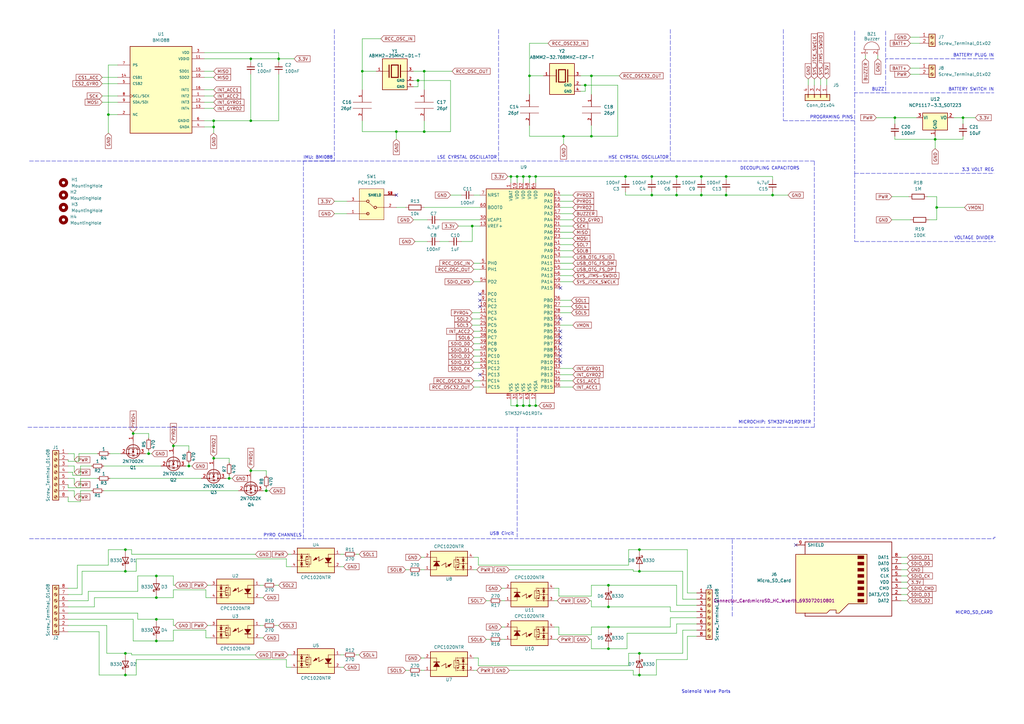
<source format=kicad_sch>
(kicad_sch (version 20211123) (generator eeschema)
  (paper "A3")
  (junction (at 162.56 53.975))
  (junction (at 287.655 72.39))
  (junction (at 394.97 48.26))
  (junction (at 173.99 53.975))
  (junction (at 51.435 234.315))
  (junction (at 87.63 52.07))
  (junction (at 249.555 248.92))
  (junction (at 249.555 266.065))
  (junction (at 297.815 80.01))
  (junction (at 231.14 55.88))
  (junction (at 93.98 196.215))
  (junction (at 173.99 29.21))
  (junction (at 209.55 72.39))
  (junction (at 171.45 33.02))
  (junction (at 114.3 24.13))
  (junction (at 102.87 24.13))
  (junction (at 262.255 276.86))
  (junction (at 87.63 187.96))
  (junction (at 102.87 193.04))
  (junction (at 64.135 262.89))
  (junction (at 44.45 46.99))
  (junction (at 217.17 166.37))
  (junction (at 64.135 245.11))
  (junction (at 316.865 80.01))
  (junction (at 212.09 72.39))
  (junction (at 267.335 80.01))
  (junction (at 212.09 166.37))
  (junction (at 384.175 85.09))
  (junction (at 51.435 276.86))
  (junction (at 214.63 72.39))
  (junction (at 51.435 225.425))
  (junction (at 219.71 166.37))
  (junction (at 102.87 49.53))
  (junction (at 242.57 31.115))
  (junction (at 262.255 225.425))
  (junction (at 219.71 72.39))
  (junction (at 267.335 72.39))
  (junction (at 60.96 186.055))
  (junction (at 262.255 234.315))
  (junction (at 277.495 72.39))
  (junction (at 242.57 55.88))
  (junction (at 77.47 191.135))
  (junction (at 64.135 236.22))
  (junction (at 54.61 177.8))
  (junction (at 277.495 80.01))
  (junction (at 287.655 80.01))
  (junction (at 383.54 57.15))
  (junction (at 193.675 92.71))
  (junction (at 297.815 72.39))
  (junction (at 64.135 254))
  (junction (at 367.03 48.26))
  (junction (at 249.555 240.03))
  (junction (at 256.54 72.39))
  (junction (at 249.555 257.175))
  (junction (at 214.63 166.37))
  (junction (at 240.03 34.925))
  (junction (at 109.22 201.295))
  (junction (at 148.59 29.21))
  (junction (at 262.255 267.97))
  (junction (at 217.17 31.115))
  (junction (at 71.12 182.88))
  (junction (at 51.435 267.97))
  (junction (at 87.63 49.53))
  (junction (at 217.17 72.39))
  (no_connect (at 229.87 118.11))
  (no_connect (at 229.87 146.05))
  (no_connect (at 196.85 123.19))
  (no_connect (at 196.85 153.67))
  (no_connect (at 229.87 130.81))
  (no_connect (at 196.85 125.73))
  (no_connect (at 229.87 140.97))
  (no_connect (at 229.87 143.51))
  (no_connect (at 196.85 120.65))
  (no_connect (at 229.87 138.43))
  (no_connect (at 162.56 80.01))
  (no_connect (at 229.87 148.59))
  (no_connect (at 326.39 223.52))
  (no_connect (at 229.87 135.89))
  (wire (pts (xy 287.655 78.74) (xy 287.655 80.01)))
  (wire (pts (xy 257.81 273.05) (xy 257.81 267.97)))
  (wire (pts (xy 114.3 24.13) (xy 114.3 25.4)))
  (wire (pts (xy 229.235 244.475) (xy 242.57 244.475)))
  (wire (pts (xy 217.17 17.78) (xy 224.79 17.78)))
  (wire (pts (xy 71.12 256.54) (xy 71.12 254)))
  (wire (pts (xy 217.17 51.435) (xy 217.17 55.88)))
  (wire (pts (xy 262.255 267.97) (xy 262.255 268.605)))
  (wire (pts (xy 171.45 33.02) (xy 171.45 35.56)))
  (wire (pts (xy 242.57 55.88) (xy 242.57 51.435)))
  (wire (pts (xy 109.22 193.04) (xy 109.22 194.945)))
  (wire (pts (xy 44.45 225.425) (xy 51.435 225.425)))
  (wire (pts (xy 229.87 133.35) (xy 234.95 133.35)))
  (wire (pts (xy 249.555 240.03) (xy 242.57 240.03)))
  (wire (pts (xy 217.17 31.115) (xy 222.885 31.115)))
  (wire (pts (xy 274.955 250.825) (xy 274.955 248.92)))
  (wire (pts (xy 194.31 156.21) (xy 196.85 156.21)))
  (wire (pts (xy 196.85 90.17) (xy 180.34 90.17)))
  (wire (pts (xy 207.01 262.255) (xy 205.74 262.255)))
  (wire (pts (xy 242.57 246.38) (xy 242.57 248.92)))
  (wire (pts (xy 359.41 48.26) (xy 367.03 48.26)))
  (wire (pts (xy 240.03 37.465) (xy 238.125 37.465)))
  (wire (pts (xy 194.31 80.01) (xy 196.85 80.01)))
  (wire (pts (xy 242.57 260.35) (xy 242.57 257.175)))
  (polyline (pts (xy 124.46 175.26) (xy 334.01 175.26)))
  (wire (pts (xy 217.17 72.39) (xy 214.63 72.39)))
  (wire (pts (xy 169.545 29.21) (xy 173.99 29.21)))
  (wire (pts (xy 285.75 250.825) (xy 274.955 250.825)))
  (wire (pts (xy 195.58 233.68) (xy 194.31 233.68)))
  (wire (pts (xy 196.215 273.05) (xy 257.81 273.05)))
  (wire (pts (xy 195.58 274.955) (xy 194.31 274.955)))
  (wire (pts (xy 148.59 36.83) (xy 148.59 29.21)))
  (wire (pts (xy 171.45 33.02) (xy 184.785 33.02)))
  (wire (pts (xy 27.94 259.08) (xy 40.64 259.08)))
  (wire (pts (xy 77.47 191.135) (xy 78.74 191.135)))
  (wire (pts (xy 56.515 236.22) (xy 64.135 236.22)))
  (wire (pts (xy 229.235 260.35) (xy 242.57 260.35)))
  (polyline (pts (xy 212.09 175.26) (xy 212.09 220.98)))
  (wire (pts (xy 113.03 256.54) (xy 114.3 256.54)))
  (wire (pts (xy 196.215 228.6) (xy 196.215 231.775)))
  (wire (pts (xy 71.12 254) (xy 64.135 254)))
  (wire (pts (xy 171.45 35.56) (xy 169.545 35.56)))
  (polyline (pts (xy 407.67 24.13) (xy 363.22 24.13)))
  (wire (pts (xy 43.815 256.54) (xy 43.815 267.97)))
  (wire (pts (xy 54.61 177.8) (xy 60.96 177.8)))
  (wire (pts (xy 102.87 30.48) (xy 102.87 49.53)))
  (wire (pts (xy 384.175 80.645) (xy 384.175 85.09)))
  (wire (pts (xy 102.87 25.4) (xy 102.87 24.13)))
  (wire (pts (xy 146.05 227.33) (xy 147.32 227.33)))
  (wire (pts (xy 287.655 72.39) (xy 297.815 72.39)))
  (wire (pts (xy 31.75 241.3) (xy 31.75 231.775)))
  (wire (pts (xy 316.865 80.01) (xy 323.215 80.01)))
  (wire (pts (xy 148.59 15.875) (xy 156.21 15.875)))
  (wire (pts (xy 107.95 201.295) (xy 109.22 201.295)))
  (wire (pts (xy 229.87 113.03) (xy 234.95 113.03)))
  (wire (pts (xy 249.555 240.03) (xy 249.555 240.665)))
  (wire (pts (xy 60.96 186.055) (xy 60.96 184.785)))
  (wire (pts (xy 281.94 243.205) (xy 281.94 225.425)))
  (wire (pts (xy 33.655 243.84) (xy 33.655 234.315)))
  (wire (pts (xy 367.03 57.15) (xy 383.54 57.15)))
  (wire (pts (xy 336.55 32.385) (xy 336.55 34.925)))
  (wire (pts (xy 229.235 241.3) (xy 229.235 244.475)))
  (wire (pts (xy 117.475 229.235) (xy 55.88 229.235)))
  (wire (pts (xy 267.335 78.74) (xy 267.335 80.01)))
  (wire (pts (xy 241.935 262.255) (xy 242.57 262.255)))
  (wire (pts (xy 83.82 31.75) (xy 87.63 31.75)))
  (wire (pts (xy 193.675 128.27) (xy 196.85 128.27)))
  (wire (pts (xy 54.61 262.89) (xy 64.135 262.89)))
  (wire (pts (xy 40.005 186.055) (xy 32.385 186.055)))
  (wire (pts (xy 173.99 269.875) (xy 172.72 269.875)))
  (wire (pts (xy 193.675 133.35) (xy 196.85 133.35)))
  (wire (pts (xy 256.54 78.74) (xy 256.54 80.01)))
  (wire (pts (xy 53.975 225.425) (xy 51.435 225.425)))
  (wire (pts (xy 256.54 80.01) (xy 267.335 80.01)))
  (wire (pts (xy 373.38 15.24) (xy 377.19 15.24)))
  (wire (pts (xy 56.515 242.57) (xy 56.515 236.22)))
  (polyline (pts (xy 12.065 220.98) (xy 300.355 220.98)))
  (wire (pts (xy 30.48 191.135) (xy 27.94 191.135)))
  (wire (pts (xy 196.215 269.875) (xy 196.215 273.05)))
  (wire (pts (xy 259.715 234.315) (xy 262.255 234.315)))
  (wire (pts (xy 30.48 186.055) (xy 27.94 186.055)))
  (wire (pts (xy 277.495 248.285) (xy 277.495 240.03)))
  (wire (pts (xy 41.91 31.75) (xy 48.26 31.75)))
  (wire (pts (xy 280.035 245.745) (xy 280.035 234.315)))
  (wire (pts (xy 369.57 233.68) (xy 372.11 233.68)))
  (wire (pts (xy 71.12 240.03) (xy 71.12 236.22)))
  (wire (pts (xy 167.64 274.955) (xy 166.37 274.955)))
  (wire (pts (xy 354.965 22.86) (xy 354.965 24.13)))
  (wire (pts (xy 48.26 46.99) (xy 44.45 46.99)))
  (wire (pts (xy 267.335 72.39) (xy 277.495 72.39)))
  (wire (pts (xy 208.915 274.955) (xy 259.715 274.955)))
  (wire (pts (xy 45.085 186.055) (xy 49.53 186.055)))
  (wire (pts (xy 277.495 255.905) (xy 277.495 259.715)))
  (wire (pts (xy 40.005 196.215) (xy 33.02 196.215)))
  (wire (pts (xy 217.17 38.735) (xy 217.17 31.115)))
  (wire (pts (xy 229.87 100.33) (xy 234.95 100.33)))
  (wire (pts (xy 287.655 72.39) (xy 287.655 73.66)))
  (wire (pts (xy 87.63 49.53) (xy 87.63 52.07)))
  (wire (pts (xy 297.815 72.39) (xy 297.815 73.66)))
  (wire (pts (xy 269.24 270.51) (xy 269.24 276.86)))
  (wire (pts (xy 231.14 55.88) (xy 231.14 59.055)))
  (wire (pts (xy 373.38 27.94) (xy 377.19 27.94)))
  (wire (pts (xy 262.255 234.315) (xy 262.255 233.68)))
  (wire (pts (xy 51.435 276.86) (xy 55.88 276.86)))
  (polyline (pts (xy 299.72 220.98) (xy 407.67 220.98)))
  (wire (pts (xy 30.48 188.595) (xy 30.48 186.055)))
  (wire (pts (xy 189.23 99.06) (xy 193.675 99.06)))
  (wire (pts (xy 281.94 270.51) (xy 269.24 270.51)))
  (wire (pts (xy 373.38 30.48) (xy 377.19 30.48)))
  (wire (pts (xy 83.82 44.45) (xy 87.63 44.45)))
  (wire (pts (xy 33.02 200.025) (xy 27.94 200.025)))
  (wire (pts (xy 55.88 229.235) (xy 55.88 234.315)))
  (wire (pts (xy 229.87 90.17) (xy 234.95 90.17)))
  (wire (pts (xy 109.22 201.295) (xy 110.49 201.295)))
  (wire (pts (xy 84.455 258.445) (xy 71.12 258.445)))
  (polyline (pts (xy 124.46 66.04) (xy 124.46 175.26)))
  (wire (pts (xy 280.035 234.315) (xy 262.255 234.315)))
  (wire (pts (xy 369.57 236.22) (xy 372.11 236.22)))
  (polyline (pts (xy 350.52 38.1) (xy 350.52 71.12)))
  (wire (pts (xy 71.12 241.935) (xy 71.12 245.11)))
  (wire (pts (xy 169.545 33.02) (xy 171.45 33.02)))
  (wire (pts (xy 139.7 273.685) (xy 140.97 273.685)))
  (wire (pts (xy 365.76 90.17) (xy 373.38 90.17)))
  (wire (pts (xy 83.82 52.07) (xy 87.63 52.07)))
  (wire (pts (xy 42.545 191.135) (xy 66.04 191.135)))
  (wire (pts (xy 173.99 233.68) (xy 172.72 233.68)))
  (polyline (pts (xy 321.31 12.065) (xy 321.31 49.53)))
  (polyline (pts (xy 363.22 38.1) (xy 407.67 38.1)))
  (wire (pts (xy 148.59 49.53) (xy 148.59 53.975)))
  (wire (pts (xy 227.33 241.3) (xy 229.235 241.3)))
  (wire (pts (xy 64.135 245.11) (xy 71.12 245.11)))
  (polyline (pts (xy 350.52 99.06) (xy 408.305 99.06)))
  (wire (pts (xy 229.87 125.73) (xy 234.315 125.73)))
  (wire (pts (xy 167.64 233.68) (xy 166.37 233.68)))
  (wire (pts (xy 214.63 74.93) (xy 214.63 72.39)))
  (wire (pts (xy 285.75 255.905) (xy 277.495 255.905)))
  (wire (pts (xy 64.135 262.89) (xy 71.12 262.89)))
  (wire (pts (xy 249.555 257.175) (xy 242.57 257.175)))
  (wire (pts (xy 51.435 225.425) (xy 51.435 226.06)))
  (wire (pts (xy 93.98 196.215) (xy 95.25 196.215)))
  (wire (pts (xy 207.01 241.3) (xy 205.74 241.3)))
  (wire (pts (xy 262.255 276.86) (xy 262.255 276.225)))
  (wire (pts (xy 194.31 135.89) (xy 196.85 135.89)))
  (wire (pts (xy 193.675 130.81) (xy 196.85 130.81)))
  (wire (pts (xy 194.31 107.95) (xy 196.85 107.95)))
  (wire (pts (xy 87.63 52.07) (xy 87.63 54.61)))
  (wire (pts (xy 194.31 269.875) (xy 196.215 269.875)))
  (wire (pts (xy 217.17 166.37) (xy 219.71 166.37)))
  (wire (pts (xy 38.735 248.92) (xy 38.735 245.11)))
  (wire (pts (xy 219.71 72.39) (xy 256.54 72.39)))
  (wire (pts (xy 242.57 244.475) (xy 242.57 240.03)))
  (wire (pts (xy 316.865 73.66) (xy 316.865 72.39)))
  (polyline (pts (xy 350.52 71.12) (xy 407.67 71.12)))
  (wire (pts (xy 231.14 55.88) (xy 242.57 55.88)))
  (wire (pts (xy 27.94 193.675) (xy 29.845 193.675)))
  (wire (pts (xy 51.435 234.315) (xy 51.435 233.68)))
  (wire (pts (xy 384.175 90.17) (xy 384.175 85.09)))
  (wire (pts (xy 83.82 29.21) (xy 87.63 29.21)))
  (wire (pts (xy 277.495 80.01) (xy 287.655 80.01)))
  (wire (pts (xy 229.87 85.09) (xy 234.95 85.09)))
  (wire (pts (xy 229.87 97.79) (xy 234.95 97.79)))
  (wire (pts (xy 102.87 193.675) (xy 102.87 193.04)))
  (wire (pts (xy 173.99 274.955) (xy 172.72 274.955)))
  (wire (pts (xy 194.31 158.75) (xy 196.85 158.75)))
  (wire (pts (xy 207.01 257.175) (xy 205.74 257.175)))
  (wire (pts (xy 365.76 80.645) (xy 372.745 80.645)))
  (wire (pts (xy 280.035 258.445) (xy 280.035 267.97)))
  (wire (pts (xy 209.55 166.37) (xy 212.09 166.37)))
  (wire (pts (xy 194.31 110.49) (xy 196.85 110.49)))
  (wire (pts (xy 285.75 260.985) (xy 281.94 260.985)))
  (wire (pts (xy 41.91 41.91) (xy 48.26 41.91)))
  (wire (pts (xy 196.215 231.775) (xy 257.81 231.775)))
  (wire (pts (xy 41.91 34.29) (xy 48.26 34.29)))
  (wire (pts (xy 77.47 182.88) (xy 77.47 184.785)))
  (wire (pts (xy 249.555 248.92) (xy 249.555 248.285)))
  (wire (pts (xy 64.135 236.22) (xy 64.135 236.855)))
  (wire (pts (xy 257.81 267.97) (xy 262.255 267.97)))
  (wire (pts (xy 33.02 205.74) (xy 27.94 205.74)))
  (wire (pts (xy 30.48 196.215) (xy 27.94 196.215)))
  (wire (pts (xy 369.57 238.76) (xy 372.11 238.76)))
  (wire (pts (xy 277.495 78.74) (xy 277.495 80.01)))
  (wire (pts (xy 59.69 186.055) (xy 60.96 186.055)))
  (wire (pts (xy 212.09 166.37) (xy 214.63 166.37)))
  (wire (pts (xy 170.18 99.06) (xy 175.26 99.06)))
  (wire (pts (xy 56.515 251.46) (xy 56.515 254)))
  (wire (pts (xy 253.365 55.88) (xy 242.57 55.88)))
  (wire (pts (xy 297.815 78.74) (xy 297.815 80.01)))
  (wire (pts (xy 281.94 260.985) (xy 281.94 270.51)))
  (wire (pts (xy 229.87 80.01) (xy 234.95 80.01)))
  (wire (pts (xy 217.17 55.88) (xy 231.14 55.88)))
  (wire (pts (xy 257.175 259.715) (xy 257.175 266.065)))
  (wire (pts (xy 394.97 48.26) (xy 394.97 50.8)))
  (wire (pts (xy 114.3 49.53) (xy 114.3 30.48)))
  (wire (pts (xy 240.03 34.925) (xy 253.365 34.925)))
  (wire (pts (xy 60.96 186.055) (xy 62.23 186.055)))
  (wire (pts (xy 85.09 256.54) (xy 86.36 256.54)))
  (wire (pts (xy 369.57 241.3) (xy 372.11 241.3)))
  (wire (pts (xy 229.87 87.63) (xy 234.95 87.63)))
  (wire (pts (xy 64.135 245.11) (xy 64.135 244.475)))
  (wire (pts (xy 241.935 246.38) (xy 242.57 246.38)))
  (wire (pts (xy 369.57 246.38) (xy 372.11 246.38)))
  (wire (pts (xy 219.71 74.93) (xy 219.71 72.39)))
  (wire (pts (xy 277.495 259.715) (xy 257.175 259.715)))
  (wire (pts (xy 249.555 240.03) (xy 277.495 240.03)))
  (wire (pts (xy 229.87 105.41) (xy 234.95 105.41)))
  (wire (pts (xy 84.455 241.935) (xy 71.12 241.935)))
  (polyline (pts (xy 363.22 38.1) (xy 350.52 38.1)))
  (wire (pts (xy 27.94 203.835) (xy 27.94 205.74)))
  (wire (pts (xy 102.87 24.13) (xy 114.3 24.13)))
  (polyline (pts (xy 11.43 175.26) (xy 124.46 175.26)))
  (wire (pts (xy 229.87 110.49) (xy 234.95 110.49)))
  (wire (pts (xy 274.955 253.365) (xy 274.955 257.175)))
  (wire (pts (xy 360.045 22.86) (xy 360.045 24.13)))
  (wire (pts (xy 139.7 232.41) (xy 140.97 232.41)))
  (wire (pts (xy 367.03 48.26) (xy 367.03 50.8)))
  (wire (pts (xy 285.75 248.285) (xy 277.495 248.285)))
  (wire (pts (xy 214.63 163.83) (xy 214.63 166.37)))
  (wire (pts (xy 33.02 196.215) (xy 33.02 200.025)))
  (wire (pts (xy 297.815 80.01) (xy 316.865 80.01)))
  (wire (pts (xy 30.48 203.835) (xy 30.48 201.295)))
  (wire (pts (xy 27.94 256.54) (xy 43.815 256.54)))
  (wire (pts (xy 193.675 99.06) (xy 193.675 92.71)))
  (wire (pts (xy 54.61 254) (xy 54.61 262.89)))
  (wire (pts (xy 44.45 26.67) (xy 44.45 46.99)))
  (wire (pts (xy 83.82 49.53) (xy 87.63 49.53)))
  (wire (pts (xy 71.12 258.445) (xy 71.12 262.89)))
  (wire (pts (xy 104.775 227.33) (xy 53.975 227.33)))
  (wire (pts (xy 37.465 201.295) (xy 33.02 201.295)))
  (polyline (pts (xy 12.065 66.04) (xy 137.16 66.04)))
  (wire (pts (xy 117.475 273.685) (xy 117.475 270.51)))
  (wire (pts (xy 194.31 140.97) (xy 196.85 140.97)))
  (wire (pts (xy 117.475 232.41) (xy 117.475 229.235)))
  (wire (pts (xy 242.57 31.115) (xy 254 31.115)))
  (wire (pts (xy 106.68 256.54) (xy 107.95 256.54)))
  (wire (pts (xy 394.97 48.26) (xy 400.05 48.26)))
  (wire (pts (xy 44.45 46.99) (xy 44.45 54.61)))
  (wire (pts (xy 118.11 227.33) (xy 119.38 227.33)))
  (wire (pts (xy 64.135 262.89) (xy 64.135 262.255)))
  (wire (pts (xy 200.66 262.255) (xy 199.39 262.255)))
  (wire (pts (xy 257.81 225.425) (xy 262.255 225.425)))
  (wire (pts (xy 369.57 228.6) (xy 372.11 228.6)))
  (wire (pts (xy 113.03 240.03) (xy 114.3 240.03)))
  (wire (pts (xy 27.94 251.46) (xy 56.515 251.46)))
  (wire (pts (xy 208.915 233.68) (xy 259.715 233.68)))
  (wire (pts (xy 33.02 201.295) (xy 33.02 205.74)))
  (polyline (pts (xy 274.955 12.065) (xy 274.955 66.04)))
  (wire (pts (xy 119.38 273.685) (xy 117.475 273.685)))
  (wire (pts (xy 102.87 193.04) (xy 102.87 192.405)))
  (wire (pts (xy 104.775 268.605) (xy 53.975 268.605)))
  (wire (pts (xy 285.75 253.365) (xy 274.955 253.365)))
  (wire (pts (xy 86.36 261.62) (xy 84.455 261.62)))
  (wire (pts (xy 297.815 72.39) (xy 316.865 72.39)))
  (polyline (pts (xy 334.01 66.04) (xy 124.46 66.04)))
  (wire (pts (xy 394.97 55.88) (xy 394.97 57.15)))
  (wire (pts (xy 217.17 163.83) (xy 217.17 166.37)))
  (wire (pts (xy 228.6 246.38) (xy 227.33 246.38)))
  (wire (pts (xy 173.99 29.21) (xy 185.42 29.21)))
  (wire (pts (xy 277.495 72.39) (xy 287.655 72.39)))
  (polyline (pts (xy 350.52 71.12) (xy 350.52 99.06)))
  (wire (pts (xy 212.09 163.83) (xy 212.09 166.37)))
  (wire (pts (xy 212.09 74.93) (xy 212.09 72.39)))
  (wire (pts (xy 29.845 194.945) (xy 33.02 194.945)))
  (wire (pts (xy 238.125 31.115) (xy 242.57 31.115)))
  (wire (pts (xy 212.09 72.39) (xy 209.55 72.39)))
  (wire (pts (xy 207.01 246.38) (xy 205.74 246.38)))
  (wire (pts (xy 194.31 151.13) (xy 196.85 151.13)))
  (wire (pts (xy 262.255 225.425) (xy 262.255 226.06)))
  (wire (pts (xy 71.12 236.22) (xy 64.135 236.22)))
  (wire (pts (xy 256.54 73.66) (xy 256.54 72.39)))
  (wire (pts (xy 229.87 102.87) (xy 234.95 102.87)))
  (wire (pts (xy 367.03 48.26) (xy 375.92 48.26)))
  (wire (pts (xy 209.55 72.39) (xy 209.55 74.93)))
  (wire (pts (xy 27.94 246.38) (xy 36.195 246.38)))
  (wire (pts (xy 219.71 166.37) (xy 220.98 166.37)))
  (wire (pts (xy 38.735 245.11) (xy 64.135 245.11)))
  (wire (pts (xy 137.16 82.55) (xy 142.24 82.55)))
  (polyline (pts (xy 407.67 220.98) (xy 407.67 220.345)))
  (wire (pts (xy 229.87 153.67) (xy 234.95 153.67)))
  (wire (pts (xy 40.64 276.86) (xy 51.435 276.86)))
  (wire (pts (xy 242.57 266.065) (xy 249.555 266.065)))
  (wire (pts (xy 102.87 49.53) (xy 114.3 49.53)))
  (wire (pts (xy 267.335 72.39) (xy 267.335 73.66)))
  (wire (pts (xy 383.54 57.15) (xy 394.97 57.15)))
  (wire (pts (xy 106.68 240.03) (xy 107.95 240.03)))
  (wire (pts (xy 37.465 191.135) (xy 33.02 191.135)))
  (polyline (pts (xy 124.46 220.98) (xy 124.46 175.26)))
  (wire (pts (xy 316.865 78.74) (xy 316.865 80.01)))
  (wire (pts (xy 71.12 183.515) (xy 71.12 182.88)))
  (wire (pts (xy 71.755 256.54) (xy 71.12 256.54)))
  (wire (pts (xy 53.975 268.605) (xy 53.975 267.97)))
  (wire (pts (xy 339.09 32.385) (xy 339.09 34.925)))
  (wire (pts (xy 87.63 188.595) (xy 87.63 187.96)))
  (wire (pts (xy 229.87 156.21) (xy 234.95 156.21)))
  (wire (pts (xy 383.54 57.15) (xy 383.54 60.96)))
  (wire (pts (xy 162.56 85.09) (xy 166.37 85.09)))
  (wire (pts (xy 83.82 21.59) (xy 114.3 21.59)))
  (polyline (pts (xy 350.52 49.53) (xy 321.31 49.53)))
  (polyline (pts (xy 350.52 66.04) (xy 350.52 65.405)))
  (wire (pts (xy 41.91 39.37) (xy 48.26 39.37)))
  (wire (pts (xy 194.31 138.43) (xy 196.85 138.43)))
  (wire (pts (xy 249.555 266.065) (xy 249.555 265.43)))
  (wire (pts (xy 253.365 34.925) (xy 253.365 55.88)))
  (wire (pts (xy 71.12 182.88) (xy 71.12 182.245)))
  (wire (pts (xy 257.81 231.775) (xy 257.81 225.425)))
  (wire (pts (xy 391.16 48.26) (xy 394.97 48.26)))
  (wire (pts (xy 214.63 166.37) (xy 217.17 166.37)))
  (wire (pts (xy 259.715 274.955) (xy 259.715 276.86)))
  (wire (pts (xy 380.365 80.645) (xy 384.175 80.645)))
  (wire (pts (xy 269.24 276.86) (xy 262.255 276.86)))
  (wire (pts (xy 217.17 74.93) (xy 217.17 72.39)))
  (wire (pts (xy 280.035 267.97) (xy 262.255 267.97)))
  (wire (pts (xy 32.385 189.23) (xy 27.94 189.23)))
  (wire (pts (xy 208.28 72.39) (xy 209.55 72.39)))
  (wire (pts (xy 229.87 115.57) (xy 234.95 115.57)))
  (wire (pts (xy 229.87 82.55) (xy 234.95 82.55)))
  (wire (pts (xy 139.7 227.33) (xy 140.97 227.33)))
  (wire (pts (xy 259.715 233.68) (xy 259.715 234.315)))
  (wire (pts (xy 259.715 276.86) (xy 262.255 276.86)))
  (wire (pts (xy 51.435 276.86) (xy 51.435 276.225)))
  (wire (pts (xy 86.36 245.11) (xy 84.455 245.11)))
  (wire (pts (xy 32.385 186.055) (xy 32.385 189.23)))
  (polyline (pts (xy 407.67 220.345) (xy 408.305 220.345)))
  (wire (pts (xy 27.94 200.025) (xy 27.94 198.755)))
  (wire (pts (xy 27.94 248.92) (xy 38.735 248.92)))
  (wire (pts (xy 48.26 26.67) (xy 44.45 26.67)))
  (wire (pts (xy 184.785 80.01) (xy 189.23 80.01)))
  (wire (pts (xy 109.22 201.295) (xy 109.22 200.025)))
  (wire (pts (xy 45.085 196.215) (xy 82.55 196.215)))
  (wire (pts (xy 93.98 187.96) (xy 93.98 189.865)))
  (wire (pts (xy 285.75 258.445) (xy 280.035 258.445)))
  (wire (pts (xy 53.975 227.33) (xy 53.975 225.425)))
  (wire (pts (xy 33.02 191.135) (xy 33.02 194.945)))
  (wire (pts (xy 93.98 196.215) (xy 93.98 194.945)))
  (wire (pts (xy 53.975 267.97) (xy 51.435 267.97)))
  (wire (pts (xy 267.335 80.01) (xy 277.495 80.01)))
  (wire (pts (xy 148.59 29.21) (xy 148.59 15.875)))
  (wire (pts (xy 262.255 277.495) (xy 262.255 276.86)))
  (wire (pts (xy 242.57 248.92) (xy 249.555 248.92)))
  (wire (pts (xy 249.555 257.175) (xy 249.555 257.81)))
  (wire (pts (xy 229.87 95.25) (xy 234.95 95.25)))
  (wire (pts (xy 228.6 262.255) (xy 227.33 262.255)))
  (wire (pts (xy 240.03 34.925) (xy 240.03 37.465)))
  (polyline (pts (xy 334.01 175.26) (xy 334.01 66.04)))
  (wire (pts (xy 162.56 53.975) (xy 173.99 53.975)))
  (wire (pts (xy 55.88 234.315) (xy 51.435 234.315)))
  (wire (pts (xy 119.38 232.41) (xy 117.475 232.41)))
  (wire (pts (xy 173.99 85.09) (xy 196.85 85.09)))
  (polyline (pts (xy 350.52 12.7) (xy 350.52 38.1)))
  (wire (pts (xy 84.455 245.11) (xy 84.455 241.935)))
  (wire (pts (xy 209.55 163.83) (xy 209.55 166.37)))
  (wire (pts (xy 64.135 254) (xy 64.135 254.635)))
  (wire (pts (xy 36.195 246.38) (xy 36.195 242.57)))
  (wire (pts (xy 274.955 257.175) (xy 249.555 257.175)))
  (wire (pts (xy 83.82 41.91) (xy 87.63 41.91)))
  (wire (pts (xy 229.87 128.27) (xy 234.315 128.27)))
  (wire (pts (xy 30.48 198.755) (xy 30.48 196.215)))
  (wire (pts (xy 60.96 177.8) (xy 60.96 179.705)))
  (wire (pts (xy 30.48 201.295) (xy 27.94 201.295)))
  (wire (pts (xy 373.38 17.78) (xy 377.19 17.78)))
  (wire (pts (xy 257.175 266.065) (xy 249.555 266.065)))
  (wire (pts (xy 193.675 92.71) (xy 196.85 92.71)))
  (wire (pts (xy 27.94 241.3) (xy 31.75 241.3)))
  (wire (pts (xy 242.57 38.735) (xy 242.57 31.115)))
  (wire (pts (xy 173.99 53.975) (xy 173.99 49.53)))
  (wire (pts (xy 162.56 53.975) (xy 162.56 57.15)))
  (wire (pts (xy 217.17 31.115) (xy 217.17 17.78)))
  (wire (pts (xy 117.475 270.51) (xy 55.88 270.51)))
  (wire (pts (xy 44.45 231.775) (xy 44.45 225.425)))
  (wire (pts (xy 249.555 248.92) (xy 274.955 248.92)))
  (wire (pts (xy 77.47 191.135) (xy 77.47 189.865)))
  (wire (pts (xy 27.94 243.84) (xy 33.655 243.84)))
  (wire (pts (xy 369.57 231.14) (xy 372.11 231.14)))
  (wire (pts (xy 31.75 231.775) (xy 44.45 231.775)))
  (wire (pts (xy 219.71 72.39) (xy 217.17 72.39)))
  (wire (pts (xy 27.94 254) (xy 54.61 254)))
  (wire (pts (xy 87.63 49.53) (xy 102.87 49.53)))
  (wire (pts (xy 229.87 151.13) (xy 234.95 151.13)))
  (wire (pts (xy 229.235 257.175) (xy 229.235 260.35)))
  (wire (pts (xy 194.31 228.6) (xy 196.215 228.6)))
  (wire (pts (xy 214.63 72.39) (xy 212.09 72.39)))
  (wire (pts (xy 102.87 24.13) (xy 83.82 24.13)))
  (wire (pts (xy 229.87 107.95) (xy 234.95 107.95)))
  (wire (pts (xy 83.82 39.37) (xy 87.63 39.37)))
  (wire (pts (xy 173.99 36.83) (xy 173.99 29.21)))
  (wire (pts (xy 55.88 270.51) (xy 55.88 276.86)))
  (wire (pts (xy 194.31 146.05) (xy 196.85 146.05)))
  (wire (pts (xy 229.87 158.75) (xy 234.95 158.75)))
  (wire (pts (xy 83.82 36.83) (xy 87.63 36.83)))
  (wire (pts (xy 42.545 201.295) (xy 97.79 201.295)))
  (wire (pts (xy 87.63 187.96) (xy 87.63 187.325)))
  (wire (pts (xy 229.87 123.19) (xy 234.315 123.19)))
  (wire (pts (xy 139.7 268.605) (xy 140.97 268.605)))
  (wire (pts (xy 285.75 245.745) (xy 280.035 245.745)))
  (wire (pts (xy 169.545 90.17) (xy 175.26 90.17)))
  (wire (pts (xy 76.2 191.135) (xy 77.47 191.135)))
  (polyline (pts (xy 363.22 12.7) (xy 363.22 38.1)))
  (wire (pts (xy 118.11 268.605) (xy 119.38 268.605)))
  (wire (pts (xy 256.54 72.39) (xy 267.335 72.39)))
  (wire (pts (xy 383.54 55.88) (xy 383.54 57.15)))
  (wire (pts (xy 87.63 187.96) (xy 93.98 187.96)))
  (wire (pts (xy 30.48 193.675) (xy 30.48 191.135)))
  (wire (pts (xy 287.655 80.01) (xy 297.815 80.01)))
  (wire (pts (xy 102.87 193.04) (xy 109.22 193.04)))
  (wire (pts (xy 148.59 29.21) (xy 154.305 29.21)))
  (wire (pts (xy 194.31 143.51) (xy 196.85 143.51)))
  (wire (pts (xy 331.47 32.385) (xy 331.47 34.925)))
  (wire (pts (xy 285.75 243.205) (xy 281.94 243.205)))
  (wire (pts (xy 173.99 228.6) (xy 172.72 228.6)))
  (wire (pts (xy 262.255 225.425) (xy 281.94 225.425)))
  (wire (pts (xy 114.3 24.13) (xy 120.65 24.13)))
  (wire (pts (xy 114.3 21.59) (xy 114.3 24.13)))
  (wire (pts (xy 84.455 261.62) (xy 84.455 258.445)))
  (wire (pts (xy 33.655 234.315) (xy 51.435 234.315)))
  (wire (pts (xy 29.845 193.675) (xy 29.845 194.945)))
  (wire (pts (xy 384.175 85.09) (xy 395.605 85.09)))
  (wire (pts (xy 137.16 87.63) (xy 142.24 87.63)))
  (wire (pts (xy 54.61 178.435) (xy 54.61 177.8)))
  (wire (pts (xy 200.66 246.38) (xy 199.39 246.38)))
  (wire (pts (xy 242.57 262.255) (xy 242.57 266.065)))
  (wire (pts (xy 277.495 72.39) (xy 277.495 73.66)))
  (wire (pts (xy 56.515 254) (xy 64.135 254)))
  (wire (pts (xy 180.34 99.06) (xy 184.15 99.06)))
  (wire (pts (xy 184.785 33.02) (xy 184.785 53.975)))
  (wire (pts (xy 227.33 257.175) (xy 229.235 257.175)))
  (wire (pts (xy 219.71 163.83) (xy 219.71 166.37)))
  (polyline (pts (xy 204.47 12.065) (xy 204.47 66.04)))
  (wire (pts (xy 54.61 177.8) (xy 54.61 177.165)))
  (wire (pts (xy 148.59 53.975) (xy 162.56 53.975)))
  (wire (pts (xy 36.195 242.57) (xy 56.515 242.57)))
  (wire (pts (xy 40.64 259.08) (xy 40.64 276.86)))
  (polyline (pts (xy 137.16 12.065) (xy 137.16 66.04)))
  (polyline (pts (xy 300.355 252.73) (xy 300.355 220.98)))
  (wire (pts (xy 92.71 196.215) (xy 93.98 196.215)))
  (wire (pts (xy 27.94 189.23) (xy 27.94 188.595)))
  (wire (pts (xy 71.12 182.88) (xy 77.47 182.88)))
  (wire (pts (xy 106.68 261.62) (xy 107.95 261.62)))
  (wire (pts (xy 229.87 92.71) (xy 234.95 92.71)))
  (wire (pts (xy 334.01 32.385) (xy 334.01 34.925)))
  (wire (pts (xy 43.815 267.97) (xy 51.435 267.97)))
  (wire (pts (xy 187.96 92.71) (xy 193.675 92.71)))
  (wire (pts (xy 238.125 34.925) (xy 240.03 34.925)))
  (wire (pts (xy 146.05 268.605) (xy 147.32 268.605)))
  (wire (pts (xy 106.68 245.11) (xy 107.95 245.11)))
  (wire (pts (xy 85.09 240.03) (xy 86.36 240.03)))
  (wire (pts (xy 194.31 115.57) (xy 196.85 115.57)))
  (wire (pts (xy 51.435 267.97) (xy 51.435 268.605)))
  (wire (pts (xy 367.03 55.88) (xy 367.03 57.15)))
  (wire (pts (xy 194.31 148.59) (xy 196.85 148.59)))
  (wire (pts (xy 71.755 240.03) (xy 71.12 240.03)))
  (wire (pts (xy 381 90.17) (xy 384.175 90.17)))
  (wire (pts (xy 184.785 53.975) (xy 173.99 53.975)))
  (wire (pts (xy 369.57 243.84) (xy 372.11 243.84)))
  (text "DECOUPLING CAPACITORS " (at 303.53 69.85 0) (effects (font (size 1.27 1.27)) (justify left bottom)))
  (text "IMU: BMI088" (at 136.525 65.405 180) (effects (font (size 1.27 1.27)) (justify right bottom)))
  (text "3.3 VOLT REG" (at 407.67 70.485 180) (effects (font (size 1.27 1.27)) (justify right bottom)))
  (text "LSE CYRSTAL OSCILLATOR" (at 203.835 65.405 180) (effects (font (size 1.27 1.27)) (justify right bottom)))
  (text "PROGRAMING PINS" (at 349.885 48.895 180) (effects (font (size 1.27 1.27)) (justify right bottom)))
  (text "HSE CYRSTAL OSCILLATOR" (at 274.32 65.405 180) (effects (font (size 1.27 1.27)) (justify right bottom)))
  (text "MICRO_SD_CARD" (at 391.795 252.095 0) (effects (font (size 1.27 1.27)) (justify left bottom)))
  (text "MICROCHIP: STM32F401RDT6TR" (at 332.74 173.99 180) (effects (font (size 1.27 1.27)) (justify right bottom)))
  (text "VOLTAGE DIVIDER" (at 407.67 98.425 180) (effects (font (size 1.27 1.27)) (justify right bottom)))
  (text "BATTERY PLUG IN" (at 407.67 23.495 180) (effects (font (size 1.27 1.27)) (justify right bottom)))
  (text "BUZZ" (at 357.505 37.465 0) (effects (font (size 1.27 1.27)) (justify left bottom)))
  (text "Solenoid Valve Ports" (at 299.72 284.48 180) (effects (font (size 1.27 1.27)) (justify right bottom)))
  (text "USB Circit" (at 210.82 219.71 180) (effects (font (size 1.27 1.27)) (justify right bottom)))
  (text "PYRO CHANNELS" (at 123.825 220.345 180) (effects (font (size 1.27 1.27)) (justify right bottom)))
  (text "BATTERY SWITCH IN" (at 407.67 37.465 180) (effects (font (size 1.27 1.27)) (justify right bottom)))
  (global_label "PYRO2" (shape input) (at 234.95 85.09 0) (property "Intersheet References" "${INTERSHEET_REFS}" (effects hide)))
  (global_label "INT_ACC1" (shape input) (at 87.63 36.83 0) (property "Intersheet References" "${INTERSHEET_REFS}" (effects hide)))
  (global_label "RCC_OSC32_IN" (shape input) (at 224.79 17.78 0) (property "Intersheet References" "${INTERSHEET_REFS}" (effects hide)))
  (global_label "INT_GYRO1" (shape input) (at 87.63 41.91 0) (property "Intersheet References" "${INTERSHEET_REFS}" (effects hide)))
  (global_label "GND" (shape input) (at 95.25 196.215 0) (property "Intersheet References" "${INTERSHEET_REFS}" (effects hide)))
  (global_label "3.3V" (shape input) (at 372.11 238.76 0) (property "Intersheet References" "${INTERSHEET_REFS}" (effects hide)))
  (global_label "INT_GYRO2" (shape input) (at 87.63 44.45 0) (property "Intersheet References" "${INTERSHEET_REFS}" (effects hide)))
  (global_label "SOL3" (shape input) (at 114.3 256.54 0) (property "Intersheet References" "${INTERSHEET_REFS}" (effects hide)))
  (global_label "PWR" (shape input) (at 85.09 256.54 180) (property "Intersheet References" "${INTERSHEET_REFS}" (effects hide)))
  (global_label "SDIO_D1" (shape input) (at 372.11 228.6 0) (property "Intersheet References" "${INTERSHEET_REFS}" (effects hide)))
  (global_label "RCC_OSC32_OUT" (shape input) (at 254 31.115 0) (property "Intersheet References" "${INTERSHEET_REFS}" (effects hide)))
  (global_label "GND" (shape input) (at 87.63 54.61 270) (property "Intersheet References" "${INTERSHEET_REFS}" (effects hide)))
  (global_label "MISO" (shape input) (at 87.63 31.75 0) (property "Intersheet References" "${INTERSHEET_REFS}" (effects hide)))
  (global_label "RCC_OSC_OUT" (shape input) (at 185.42 29.21 0) (property "Intersheet References" "${INTERSHEET_REFS}" (effects hide)))
  (global_label "PWR" (shape input) (at 118.11 268.605 180) (property "Intersheet References" "${INTERSHEET_REFS}" (effects hide)))
  (global_label "GND" (shape input) (at 110.49 201.295 0) (property "Intersheet References" "${INTERSHEET_REFS}" (effects hide)))
  (global_label "SOL8" (shape input) (at 234.95 102.87 0) (property "Intersheet References" "${INTERSHEET_REFS}" (effects hide)))
  (global_label "MOSI" (shape input) (at 234.95 97.79 0) (property "Intersheet References" "${INTERSHEET_REFS}" (effects hide)))
  (global_label "INT_ACC2" (shape input) (at 194.31 135.89 180) (property "Intersheet References" "${INTERSHEET_REFS}" (effects hide)))
  (global_label "PYRO1" (shape input) (at 234.95 82.55 0) (property "Intersheet References" "${INTERSHEET_REFS}" (effects hide)))
  (global_label "SOL1" (shape input) (at 147.32 227.33 0) (property "Intersheet References" "${INTERSHEET_REFS}" (effects hide)))
  (global_label "PWR" (shape input) (at 30.48 193.675 0) (property "Intersheet References" "${INTERSHEET_REFS}" (effects hide)))
  (global_label "GND" (shape input) (at 140.97 232.41 0) (property "Intersheet References" "${INTERSHEET_REFS}" (effects hide)))
  (global_label "GND" (shape input) (at 365.76 90.17 180) (property "Intersheet References" "${INTERSHEET_REFS}" (effects hide)))
  (global_label "SDIO_D1" (shape input) (at 194.31 143.51 180) (property "Intersheet References" "${INTERSHEET_REFS}" (effects hide)))
  (global_label "PWR" (shape input) (at 118.11 227.33 180) (property "Intersheet References" "${INTERSHEET_REFS}" (effects hide)))
  (global_label "GND" (shape input) (at 241.935 246.38 180) (property "Intersheet References" "${INTERSHEET_REFS}" (effects hide)))
  (global_label "GND" (shape input) (at 78.74 191.135 0) (property "Intersheet References" "${INTERSHEET_REFS}" (effects hide)))
  (global_label "CS1_ACC" (shape input) (at 41.91 31.75 180) (property "Intersheet References" "${INTERSHEET_REFS}" (effects hide)))
  (global_label "GND" (shape input) (at 62.23 186.055 0) (property "Intersheet References" "${INTERSHEET_REFS}" (effects hide)))
  (global_label "GND" (shape input) (at 140.97 273.685 0) (property "Intersheet References" "${INTERSHEET_REFS}" (effects hide)))
  (global_label "GND" (shape input) (at 205.74 241.3 180) (property "Intersheet References" "${INTERSHEET_REFS}" (effects hide)))
  (global_label "GND" (shape input) (at 323.215 80.01 0) (property "Intersheet References" "${INTERSHEET_REFS}" (effects hide)))
  (global_label "SOL5" (shape input) (at 234.315 128.27 0) (property "Intersheet References" "${INTERSHEET_REFS}" (effects hide)))
  (global_label "SOL1" (shape input) (at 234.315 123.19 0) (property "Intersheet References" "${INTERSHEET_REFS}" (effects hide)))
  (global_label "GND" (shape input) (at 107.95 261.62 0) (property "Intersheet References" "${INTERSHEET_REFS}" (effects hide)))
  (global_label "GND" (shape input) (at 107.95 245.11 0) (property "Intersheet References" "${INTERSHEET_REFS}" (effects hide)))
  (global_label "3.3V" (shape input) (at 339.09 32.385 90) (property "Intersheet References" "${INTERSHEET_REFS}" (effects hide)))
  (global_label "USB_OTG_FS_DM" (shape input) (at 234.95 107.95 0) (property "Intersheet References" "${INTERSHEET_REFS}" (effects hide)))
  (global_label "SDIO_D2" (shape input) (at 372.11 246.38 0) (property "Intersheet References" "${INTERSHEET_REFS}" (effects hide)))
  (global_label "BUZZER" (shape input) (at 234.95 87.63 0) (property "Intersheet References" "${INTERSHEET_REFS}" (effects hide)))
  (global_label "GND" (shape input) (at 104.775 268.605 0) (property "Intersheet References" "${INTERSHEET_REFS}" (effects hide)))
  (global_label "SOL4" (shape input) (at 234.315 125.73 0) (property "Intersheet References" "${INTERSHEET_REFS}" (effects hide)))
  (global_label "GND" (shape input) (at 172.72 269.875 180) (property "Intersheet References" "${INTERSHEET_REFS}" (effects hide)))
  (global_label "GND" (shape input) (at 372.11 233.68 0) (property "Intersheet References" "${INTERSHEET_REFS}" (effects hide)))
  (global_label "SOL7" (shape input) (at 199.39 246.38 180) (property "Intersheet References" "${INTERSHEET_REFS}" (effects hide)))
  (global_label "PWR" (shape input) (at 365.76 80.645 180) (property "Intersheet References" "${INTERSHEET_REFS}" (effects hide)))
  (global_label "PWR" (shape input) (at 228.6 262.255 0) (property "Intersheet References" "${INTERSHEET_REFS}" (effects hide)))
  (global_label "GND" (shape input) (at 71.755 256.54 0) (property "Intersheet References" "${INTERSHEET_REFS}" (effects hide)))
  (global_label "GND" (shape input) (at 373.38 15.24 180) (property "Intersheet References" "${INTERSHEET_REFS}" (effects hide)))
  (global_label "RCC_OSC32_IN" (shape input) (at 194.31 156.21 180) (property "Intersheet References" "${INTERSHEET_REFS}" (effects hide)))
  (global_label "SYS_JTMS-SWDIO" (shape input) (at 336.55 32.385 90) (property "Intersheet References" "${INTERSHEET_REFS}" (effects hide)))
  (global_label "GND" (shape input) (at 331.47 32.385 90) (property "Intersheet References" "${INTERSHEET_REFS}" (effects hide)))
  (global_label "PWR" (shape input) (at 373.38 30.48 180) (property "Intersheet References" "${INTERSHEET_REFS}" (effects hide)))
  (global_label "SOL7" (shape input) (at 234.95 100.33 0) (property "Intersheet References" "${INTERSHEET_REFS}" (effects hide)))
  (global_label "SCK" (shape input) (at 234.95 92.71 0) (property "Intersheet References" "${INTERSHEET_REFS}" (effects hide)))
  (global_label "GND" (shape input) (at 71.755 240.03 0) (property "Intersheet References" "${INTERSHEET_REFS}" (effects hide)))
  (global_label "GND" (shape input) (at 205.74 257.175 180) (property "Intersheet References" "${INTERSHEET_REFS}" (effects hide)))
  (global_label "SOL6" (shape input) (at 194.31 138.43 180) (property "Intersheet References" "${INTERSHEET_REFS}" (effects hide)))
  (global_label "PWR" (shape input) (at 30.48 203.835 0) (property "Intersheet References" "${INTERSHEET_REFS}" (effects hide)))
  (global_label "BUZZER" (shape input) (at 354.965 24.13 270) (property "Intersheet References" "${INTERSHEET_REFS}" (effects hide)))
  (global_label "PWR" (shape input) (at 359.41 48.26 180) (property "Intersheet References" "${INTERSHEET_REFS}" (effects hide)))
  (global_label "SDIO_CMD" (shape input) (at 372.11 241.3 0) (property "Intersheet References" "${INTERSHEET_REFS}" (effects hide)))
  (global_label "GND" (shape input) (at 104.775 227.33 0) (property "Intersheet References" "${INTERSHEET_REFS}" (effects hide)))
  (global_label "GND" (shape input) (at 172.72 228.6 180) (property "Intersheet References" "${INTERSHEET_REFS}" (effects hide)))
  (global_label "3.3V" (shape input) (at 137.16 82.55 180) (property "Intersheet References" "${INTERSHEET_REFS}" (effects hide)))
  (global_label "3.3V" (shape input) (at 120.65 24.13 0) (property "Intersheet References" "${INTERSHEET_REFS}" (effects hide)))
  (global_label "SDIO_D2" (shape input) (at 194.31 146.05 180) (property "Intersheet References" "${INTERSHEET_REFS}" (effects hide)))
  (global_label "VMON" (shape input) (at 395.605 85.09 0) (property "Intersheet References" "${INTERSHEET_REFS}" (effects hide)))
  (global_label "SOL3" (shape input) (at 193.675 133.35 180) (property "Intersheet References" "${INTERSHEET_REFS}" (effects hide)))
  (global_label "USB_OTG_FS_DP" (shape input) (at 234.95 110.49 0) (property "Intersheet References" "${INTERSHEET_REFS}" (effects hide)))
  (global_label "USB_OTG_FS_ID" (shape input) (at 234.95 105.41 0) (property "Intersheet References" "${INTERSHEET_REFS}" (effects hide)))
  (global_label "MOSI" (shape input) (at 41.91 41.91 180) (property "Intersheet References" "${INTERSHEET_REFS}" (effects hide)))
  (global_label "SYS_JTMS-SWDIO" (shape input) (at 234.95 113.03 0) (property "Intersheet References" "${INTERSHEET_REFS}" (effects hide)))
  (global_label "3.3V" (shape input) (at 187.96 92.71 180) (property "Intersheet References" "${INTERSHEET_REFS}" (effects hide)))
  (global_label "SDIO_CK" (shape input) (at 194.31 151.13 180) (property "Intersheet References" "${INTERSHEET_REFS}" (effects hide)))
  (global_label "GND" (shape input) (at 169.545 90.17 180) (property "Intersheet References" "${INTERSHEET_REFS}" (effects hide)))
  (global_label "INT_ACC2" (shape input) (at 87.63 39.37 0) (property "Intersheet References" "${INTERSHEET_REFS}" (effects hide)))
  (global_label "GND" (shape input) (at 360.045 24.13 270) (property "Intersheet References" "${INTERSHEET_REFS}" (effects hide)))
  (global_label "SOL4" (shape input) (at 147.32 268.605 0) (property "Intersheet References" "${INTERSHEET_REFS}" (effects hide)))
  (global_label "PWR" (shape input) (at 195.58 274.955 0) (property "Intersheet References" "${INTERSHEET_REFS}" (effects hide)))
  (global_label "GND" (shape input) (at 241.935 262.255 180) (property "Intersheet References" "${INTERSHEET_REFS}" (effects hide)))
  (global_label "GND" (shape input) (at 208.915 233.68 180) (property "Intersheet References" "${INTERSHEET_REFS}" (effects hide)))
  (global_label "GND" (shape input) (at 170.18 99.06 180) (property "Intersheet References" "${INTERSHEET_REFS}" (effects hide)))
  (global_label "3.3V" (shape input) (at 400.05 48.26 0) (property "Intersheet References" "${INTERSHEET_REFS}" (effects hide)))
  (global_label "GND" (shape input) (at 162.56 57.15 270) (property "Intersheet References" "${INTERSHEET_REFS}" (effects hide)))
  (global_label "PYRO2" (shape input) (at 87.63 187.325 90) (property "Intersheet References" "${INTERSHEET_REFS}" (effects hide)))
  (global_label "SDIO_D0" (shape input) (at 194.31 140.97 180) (property "Intersheet References" "${INTERSHEET_REFS}" (effects hide)))
  (global_label "BATT+" (shape input) (at 373.38 27.94 180) (property "Intersheet References" "${INTERSHEET_REFS}" (effects hide)))
  (global_label "SOL2" (shape input) (at 193.675 130.81 180) (property "Intersheet References" "${INTERSHEET_REFS}" (effects hide)))
  (global_label "PWR" (shape input) (at 228.6 246.38 0) (property "Intersheet References" "${INTERSHEET_REFS}" (effects hide)))
  (global_label "SOL5" (shape input) (at 166.37 274.955 180) (property "Intersheet References" "${INTERSHEET_REFS}" (effects hide)))
  (global_label "PWR" (shape input) (at 30.48 188.595 0) (property "Intersheet References" "${INTERSHEET_REFS}" (effects hide)))
  (global_label "SDIO_D3" (shape input) (at 372.11 243.84 0) (property "Intersheet References" "${INTERSHEET_REFS}" (effects hide)))
  (global_label "SDIO_D0" (shape input) (at 372.11 231.14 0) (property "Intersheet References" "${INTERSHEET_REFS}" (effects hide)))
  (global_label "PYRO1" (shape input) (at 102.87 192.405 90) (property "Intersheet References" "${INTERSHEET_REFS}" (effects hide)))
  (global_label "PYRO3" (shape input) (at 234.95 80.01 0) (property "Intersheet References" "${INTERSHEET_REFS}" (effects hide)))
  (global_label "GND" (shape input) (at 137.16 87.63 180) (property "Intersheet References" "${INTERSHEET_REFS}" (effects hide)))
  (global_label "GND" (shape input) (at 220.98 166.37 0) (property "Intersheet References" "${INTERSHEET_REFS}" (effects hide)))
  (global_label "CS1_ACC" (shape input) (at 234.95 156.21 0) (property "Intersheet References" "${INTERSHEET_REFS}" (effects hide)))
  (global_label "PYRO4" (shape input) (at 54.61 177.165 90) (property "Intersheet References" "${INTERSHEET_REFS}" (effects hide)))
  (global_label "INT_GYRO1" (shape input) (at 234.95 151.13 0) (property "Intersheet References" "${INTERSHEET_REFS}" (effects hide)))
  (global_label "INT_GYRO2" (shape input) (at 234.95 153.67 0) (property "Intersheet References" "${INTERSHEET_REFS}" (effects hide)))
  (global_label "PWR" (shape input) (at 195.58 233.68 0) (property "Intersheet References" "${INTERSHEET_REFS}" (effects hide)))
  (global_label "CS2_GYRO" (shape input) (at 41.91 34.29 180) (property "Intersheet References" "${INTERSHEET_REFS}" (effects hide)))
  (global_label "SOL8" (shape input) (at 166.37 233.68 180) (property "Intersheet References" "${INTERSHEET_REFS}" (effects hide)))
  (global_label "SOL2" (shape input) (at 114.3 240.03 0) (property "Intersheet References" "${INTERSHEET_REFS}" (effects hide)))
  (global_label "SYS_JTCK_SWCLK" (shape input) (at 334.01 32.385 90) (property "Intersheet References" "${INTERSHEET_REFS}" (effects hide)))
  (global_label "GND" (shape input) (at 208.915 274.955 180) (property "Intersheet References" "${INTERSHEET_REFS}" (effects hide)))
  (global_label "SDIO_CK" (shape input) (at 372.11 236.22 0) (property "Intersheet References" "${INTERSHEET_REFS}" (effects hide)))
  (global_label "SCK" (shape input) (at 41.91 39.37 180) (property "Intersheet References" "${INTERSHEET_REFS}" (effects hide)))
  (global_label "GND" (shape input) (at 231.14 59.055 270) (property "Intersheet References" "${INTERSHEET_REFS}" (effects hide)))
  (global_label "RCC_OSC_OUT" (shape input) (at 194.31 110.49 180) (property "Intersheet References" "${INTERSHEET_REFS}" (effects hide)))
  (global_label "GND" (shape input) (at 184.785 80.01 180) (property "Intersheet References" "${INTERSHEET_REFS}" (effects hide)))
  (global_label "SDIO_CMD" (shape input) (at 194.31 115.57 180) (property "Intersheet References" "${INTERSHEET_REFS}" (effects hide)))
  (global_label "GND" (shape input) (at 44.45 54.61 270) (property "Intersheet References" "${INTERSHEET_REFS}" (effects hide)))
  (global_label "MISO" (shape input) (at 234.95 95.25 0) (property "Intersheet References" "${INTERSHEET_REFS}" (effects hide)))
  (global_label "BATT+" (shape input) (at 373.38 17.78 180) (property "Intersheet References" "${INTERSHEET_REFS}" (effects hide)))
  (global_label "RCC_OSC_IN" (shape input) (at 156.21 15.875 0) (property "Intersheet References" "${INTERSHEET_REFS}" (effects hide)))
  (global_label "INT_ACC1" (shape input) (at 234.95 158.75 0) (property "Intersheet References" "${INTERSHEET_REFS}" (effects hide)))
  (global_label "RCC_OSC32_OUT" (shape input) (at 194.31 158.75 180) (property "Intersheet References" "${INTERSHEET_REFS}" (effects hide)))
  (global_label "GND" (shape input) (at 383.54 60.96 270) (property "Intersheet References" "${INTERSHEET_REFS}" (effects hide)))
  (global_label "PWR" (shape input) (at 30.48 198.755 0) (property "Intersheet References" "${INTERSHEET_REFS}" (effects hide)))
  (global_label "RCC_OSC_IN" (shape input) (at 194.31 107.95 180) (property "Intersheet References" "${INTERSHEET_REFS}" (effects hide)))
  (global_label "SOL6" (shape input) (at 199.39 262.255 180) (property "Intersheet References" "${INTERSHEET_REFS}" (effects hide)))
  (global_label "MISO" (shape input) (at 87.63 29.21 0) (property "Intersheet References" "${INTERSHEET_REFS}" (effects hide)))
  (global_label "SYS_JTCK_SWCLK" (shape input) (at 234.95 115.57 0) (property "Intersheet References" "${INTERSHEET_REFS}" (effects hide)))
  (global_label "SDIO_D3" (shape input) (at 194.31 148.59 180) (property "Intersheet References" "${INTERSHEET_REFS}" (effects hide)))
  (global_label "CS2_GYRO" (shape input) (at 234.95 90.17 0) (property "Intersheet References" "${INTERSHEET_REFS}" (effects hide)))
  (global_label "VMON" (shape input) (at 234.95 133.35 0) (property "Intersheet References" "${INTERSHEET_REFS}" (effects hide)))
  (global_label "PWR" (shape input) (at 85.09 240.03 180) (property "Intersheet References" "${INTERSHEET_REFS}" (effects hide)))
  (global_label "PYRO3" (shape input) (at 71.12 182.245 90) (property "Intersheet References" "${INTERSHEET_REFS}" (effects hide)))
  (global_label "3.3V" (shape input) (at 208.28 72.39 180) (property "Intersheet References" "${INTERSHEET_REFS}" (effects hide)))
  (global_label "PYRO4" (shape input) (at 193.675 128.27 180) (property "Intersheet References" "${INTERSHEET_REFS}" (effects hide)))
  (symbol (lib_id "Diode:B330") (at 64.135 258.445 90) (unit 1)
    (property "Reference" "D4" (at 66.04 258.445 90) (effects (justify right)))
    (property "Value" "B330" (at 57.785 258.445 90) (effects (justify right)))
    (property "Footprint" "Diode_SMD:D_SMA" (effects hide))
    (property "Datasheet" "http://www.jameco.com/Jameco/Products/ProdDS/1538777.pdf" (effects hide))
  )
  (symbol (lib_id "Device:C_Small") (at 287.655 76.2 0) (unit 1)
    (property "Reference" "C9" (at 283.845 77.47 0))
    (property "Value" "100nF" (at 282.575 74.93 0))
    (property "Footprint" "Capacitor_SMD:C_01005_0402Metric" (effects hide))
  )
  (symbol (lib_id "Connector:Screw_Terminal_01x08") (at 22.86 251.46 180) (unit 1)
    (property "Reference" "J2" (at 22.86 261.62 0))
    (property "Value" "Screw_Terminal_01x08" (at 19.685 250.19 90))
    (property "Footprint" "TerminalBlock_Phoenix:TerminalBlock_Phoenix_MKDS-1,5-8_1x08_P5.00mm_Horizontal" (effects hide))
  )
  (symbol (lib_id "CPC1020NTR:CPC1020NTR") (at 217.17 259.715 0) (mirror x) (unit 1)
    (property "Reference" "U10" (at 217.17 266.065 0))
    (property "Value" "CPC1020NTR" (at 217.17 252.73 0))
    (property "Footprint" "CPC1020NTR:4-SOP" (effects hide))
  )
  (symbol (lib_id "PCM12SMTR:PCM12SMTR") (at 152.4 85.09 0) (mirror x) (unit 1)
    (property "Reference" "SW1" (at 152.4 72.39 0))
    (property "Value" "PCM12SMTR" (at 152.4 74.93 0))
    (property "Footprint" "PCM12SMTR:SW_PCM12SMTR" (effects hide))
    (property "STANDARD" "Manufacturer Recommendation" (effects hide))
    (property "MANUFACTURER" "C&K" (effects hide))
  )
  (symbol (lib_id "Diode:B330") (at 249.555 261.62 270) (unit 1)
    (property "Reference" "D5" (at 247.65 261.62 90) (effects (justify right)))
    (property "Value" "B330" (at 255.905 261.62 90) (effects (justify right)))
    (property "Footprint" "Diode_SMD:D_SMA" (effects hide))
    (property "Datasheet" "http://www.jameco.com/Jameco/Products/ProdDS/1538777.pdf" (effects hide))
  )
  (symbol (lib_id "Device:R") (at 377.19 90.17 270) (unit 1)
    (property "Reference" "R19" (at 377.19 93.98 90))
    (property "Value" "100K" (at 377.19 96.52 90))
    (property "Footprint" "Resistor_SMD:R_0201_0603Metric" (effects hide))
  )
  (symbol (lib_id "CPC1020NTR:CPC1020NTR") (at 217.17 243.84 0) (mirror x) (unit 1)
    (property "Reference" "U11" (at 217.17 250.19 0))
    (property "Value" "CPC1020NTR" (at 217.17 236.855 0))
    (property "Footprint" "CPC1020NTR:4-SOP" (effects hide))
  )
  (symbol (lib_id "ABMM2_25MHZ:ABMM2-25.000MHZ-D1-T") (at 161.925 29.21 0) (unit 1)
    (property "Reference" "Y1" (at 161.925 20.955 0))
    (property "Value" "ABMM2-25MHZ-D1-T" (at 161.925 22.86 0))
    (property "Footprint" "ABMM2_6mm_3_6mm:XTAL_ABMM2-25.000MHZ-D1-T" (effects hide))
    (property "STANDARD" "Manufacturer Recommendations" (effects hide))
    (property "PARTREV" "01.18.13" (effects hide))
    (property "MAXIMUM_PACKAGE_HEIGHT" "1.2 mm" (effects hide))
    (property "MANUFACTURER" "Abracon" (effects hide))
  )
  (symbol (lib_id "Device:R_Small") (at 110.49 256.54 90) (unit 1)
    (property "Reference" "R10" (at 110.49 254.635 90))
    (property "Value" "270" (at 110.49 258.445 90))
    (property "Footprint" "Resistor_SMD:R_0201_0603Metric" (effects hide))
  )
  (symbol (lib_id "Device:R_Small") (at 203.2 246.38 270) (unit 1)
    (property "Reference" "R17" (at 203.2 248.285 90))
    (property "Value" "270" (at 203.2 244.475 90))
    (property "Footprint" "Resistor_SMD:R_0201_0603Metric" (effects hide))
  )
  (symbol (lib_id "CPC1020NTR:CPC1020NTR") (at 129.54 229.87 0) (mirror y) (unit 1)
    (property "Reference" "U4" (at 129.54 223.52 0))
    (property "Value" "CPC1020NTR" (at 129.54 236.855 0))
    (property "Footprint" "CPC1020NTR:4-SOP" (effects hide))
  )
  (symbol (lib_id "Device:C_Small") (at 186.69 99.06 270) (unit 1)
    (property "Reference" "C10" (at 186.69 96.52 90))
    (property "Value" "1uF" (at 186.69 102.235 90))
    (property "Footprint" "Capacitor_SMD:C_0201_0603Metric" (effects hide))
  )
  (symbol (lib_id "Connector_Generic:Conn_01x04") (at 336.55 40.005 270) (unit 1)
    (property "Reference" "J5" (at 342.9 34.925 90))
    (property "Value" "Conn_01x04" (at 336.55 43.18 90))
    (property "Footprint" "Connector_PinHeader_2.54mm:PinHeader_1x04_P2.54mm_Vertical" (effects hide))
  )
  (symbol (lib_id "Device:R_Small") (at 42.545 196.215 270) (mirror x) (unit 1)
    (property "Reference" "R3" (at 42.545 198.12 90))
    (property "Value" "1" (at 42.545 194.31 90))
    (property "Footprint" "Resistor_SMD:R_0201_0603Metric" (effects hide))
  )
  (symbol (lib_id "Diode:B330") (at 249.555 244.475 270) (unit 1)
    (property "Reference" "D6" (at 247.65 244.475 90) (effects (justify right)))
    (property "Value" "B330" (at 255.905 244.475 90) (effects (justify right)))
    (property "Footprint" "Diode_SMD:D_SMA" (effects hide))
    (property "Datasheet" "http://www.jameco.com/Jameco/Products/ProdDS/1538777.pdf" (effects hide))
  )
  (symbol (lib_id "Connector:Screw_Terminal_01x02") (at 382.27 27.94 0) (unit 1)
    (property "Reference" "J8" (at 384.81 27.9399 0) (effects (justify left)))
    (property "Value" "Screw_Terminal_01x02" (at 384.81 30.4799 0) (effects (justify left)))
    (property "Footprint" "TerminalBlock_Phoenix:TerminalBlock_Phoenix_MKDS-1,5-2_1x02_P5.00mm_Horizontal" (effects hide))
  )
  (symbol (lib_id "Device:C_Small") (at 367.03 53.34 0) (unit 1)
    (property "Reference" "C20" (at 369.57 52.0762 0) (effects (justify left)))
    (property "Value" "100nF" (at 369.57 54.6162 0) (effects (justify left)))
    (property "Footprint" "Capacitor_SMD:C_0201_0603Metric" (effects hide))
  )
  (symbol (lib_id "Transistor_FET:2N7002K") (at 71.12 188.595 270) (unit 1)
    (property "Reference" "Q2" (at 71.12 196.85 90))
    (property "Value" "2N7002K" (at 71.12 194.31 90))
    (property "Footprint" "Package_TO_SOT_SMD:SOT-23" (effects hide))
    (property "Datasheet" "https://www.diodes.com/assets/Datasheets/ds30896.pdf" (effects hide))
  )
  (symbol (lib_id "Mechanical:MountingHole") (at 26.035 80.01 0) (unit 1)
    (property "Reference" "H2" (at 28.7473 78.7399 0) (effects (justify left)))
    (property "Value" "MountingHole" (at 28.7473 81.2799 0) (effects (justify left)))
    (property "Footprint" "MountingHole:MountingHole_3mm" (effects hide))
  )
  (symbol (lib_id "pspice:C") (at 173.99 43.18 0) (unit 1)
    (property "Reference" "C17" (at 179.07 41.9099 0) (effects (justify left)))
    (property "Value" "26pf" (at 179.07 44.4499 0) (effects (justify left)))
    (property "Footprint" "Capacitor_SMD:C_01005_0402Metric" (effects hide))
  )
  (symbol (lib_id "Device:C_Small") (at 256.54 76.2 0) (unit 1)
    (property "Reference" "C3" (at 252.73 77.47 0))
    (property "Value" "100nF" (at 251.46 74.93 0))
    (property "Footprint" "Capacitor_SMD:C_01005_0402Metric" (effects hide))
  )
  (symbol (lib_id "Regulator_Linear:NCP1117-3.3_SOT223") (at 383.54 48.26 0) (unit 1)
    (property "Reference" "U12" (at 383.54 40.64 0))
    (property "Value" "NCP1117-3.3_SOT223" (at 383.54 43.18 0))
    (property "Footprint" "Package_TO_SOT_SMD:SOT-223-3_TabPin2" (effects hide))
    (property "Datasheet" "http://www.onsemi.com/pub_link/Collateral/NCP1117-D.PDF" (effects hide))
  )
  (symbol (lib_id "Device:R_Small") (at 110.49 240.03 90) (unit 1)
    (property "Reference" "R9" (at 110.49 238.125 90))
    (property "Value" "270" (at 110.49 241.935 90))
    (property "Footprint" "Resistor_SMD:R_0201_0603Metric" (effects hide))
  )
  (symbol (lib_id "Device:C_Small") (at 177.8 99.06 270) (unit 1)
    (property "Reference" "C8" (at 177.8 96.52 90))
    (property "Value" "100nF" (at 177.8 102.235 90))
    (property "Footprint" "Capacitor_SMD:C_01005_0402Metric" (effects hide))
  )
  (symbol (lib_id "Diode:B330") (at 64.135 240.665 90) (unit 1)
    (property "Reference" "D3" (at 66.04 240.665 90) (effects (justify right)))
    (property "Value" "B330" (at 57.785 240.665 90) (effects (justify right)))
    (property "Footprint" "Diode_SMD:D_SMA" (effects hide))
    (property "Datasheet" "http://www.jameco.com/Jameco/Products/ProdDS/1538777.pdf" (effects hide))
  )
  (symbol (lib_id "Device:R_Small") (at 77.47 187.325 0) (mirror x) (unit 1)
    (property "Reference" "R6" (at 75.565 187.325 90))
    (property "Value" "470" (at 79.375 187.325 90))
    (property "Footprint" "Resistor_SMD:R_0201_0603Metric" (effects hide))
  )
  (symbol (lib_id "Device:C_Small") (at 316.865 76.2 180) (unit 1)
    (property "Reference" "C15" (at 313.055 77.47 0))
    (property "Value" "4.7uF" (at 313.055 74.93 0))
    (property "Footprint" "Capacitor_SMD:C_0201_0603Metric" (effects hide))
  )
  (symbol (lib_id "pspice:C") (at 148.59 43.18 0) (unit 1)
    (property "Reference" "C16" (at 140.335 41.91 0) (effects (justify left)))
    (property "Value" "26pf" (at 139.7 44.45 0) (effects (justify left)))
    (property "Footprint" "Capacitor_SMD:C_01005_0402Metric" (effects hide))
  )
  (symbol (lib_id "CPC1020NTR:CPC1020NTR") (at 96.52 242.57 0) (mirror y) (unit 1)
    (property "Reference" "U2" (at 96.52 236.22 0))
    (property "Value" "CPC1020NTR" (at 96.52 249.555 0))
    (property "Footprint" "CPC1020NTR:4-SOP" (effects hide))
  )
  (symbol (lib_id "Transistor_FET:2N7002K") (at 102.87 198.755 270) (unit 1)
    (property "Reference" "Q4" (at 102.87 207.01 90))
    (property "Value" "2N7002K" (at 102.87 204.47 90))
    (property "Footprint" "Package_TO_SOT_SMD:SOT-23" (effects hide))
    (property "Datasheet" "https://www.diodes.com/assets/Datasheets/ds30896.pdf" (effects hide))
  )
  (symbol (lib_id "Device:R") (at 376.555 80.645 90) (unit 1)
    (property "Reference" "R18" (at 376.555 74.93 90))
    (property "Value" "1M" (at 376.555 77.47 90))
    (property "Footprint" "Resistor_SMD:R_0201_0603Metric" (effects hide))
  )
  (symbol (lib_id "Device:C_Small") (at 191.77 80.01 270) (unit 1)
    (property "Reference" "C11" (at 191.77 77.47 90))
    (property "Value" "100nF" (at 191.77 83.185 90))
    (property "Footprint" "Capacitor_SMD:C_01005_0402Metric" (effects hide))
  )
  (symbol (lib_id "Connector:Screw_Terminal_01x08") (at 22.86 193.675 0) (mirror y) (unit 1)
    (property "Reference" "J1" (at 22.86 183.515 0))
    (property "Value" "Screw_Terminal_01x08" (at 19.685 194.945 90))
    (property "Footprint" "TerminalBlock_Phoenix:TerminalBlock_Phoenix_MKDS-1,5-8_1x08_P5.00mm_Horizontal" (effects hide))
  )
  (symbol (lib_id "CPC1020NTR:CPC1020NTR") (at 184.15 272.415 0) (mirror x) (unit 1)
    (property "Reference" "U7" (at 184.15 278.765 0))
    (property "Value" "CPC1020NTR" (at 184.15 265.43 0))
    (property "Footprint" "CPC1020NTR:4-SOP" (effects hide))
  )
  (symbol (lib_id "Device:R_Small") (at 109.22 197.485 0) (mirror x) (unit 1)
    (property "Reference" "R8" (at 107.315 197.485 90))
    (property "Value" "470" (at 111.125 197.485 90))
    (property "Footprint" "Resistor_SMD:R_0201_0603Metric" (effects hide))
  )
  (symbol (lib_id "Transistor_FET:2N7002K") (at 87.63 193.675 270) (unit 1)
    (property "Reference" "Q3" (at 87.63 201.93 90))
    (property "Value" "2N7002K" (at 87.63 199.39 90))
    (property "Footprint" "Package_TO_SOT_SMD:SOT-23" (effects hide))
    (property "Datasheet" "https://www.diodes.com/assets/Datasheets/ds30896.pdf" (effects hide))
  )
  (symbol (lib_id "Device:R_Small") (at 40.005 201.295 270) (mirror x) (unit 1)
    (property "Reference" "R1" (at 40.005 203.2 90))
    (property "Value" "1" (at 40.005 199.39 90))
    (property "Footprint" "Resistor_SMD:R_0201_0603Metric" (effects hide))
  )
  (symbol (lib_id "Mechanical:MountingHole") (at 26.035 90.17 0) (unit 1)
    (property "Reference" "H4" (at 28.7473 88.8999 0) (effects (justify left)))
    (property "Value" "MountingHole" (at 28.7473 91.4399 0) (effects (justify left)))
    (property "Footprint" "MountingHole:MountingHole_3mm" (effects hide))
  )
  (symbol (lib_id "MCU_ST_STM32F4:STM32F401RDTx") (at 214.63 118.11 0) (unit 1)
    (property "Reference" "U9" (at 213.36 68.58 0) (effects (justify left)))
    (property "Value" "STM32F401RDTx" (at 207.01 169.545 0) (effects (justify left)))
    (property "Footprint" "Package_QFP:LQFP-64_10x10mm_P0.5mm" (effects hide))
    (property "Datasheet" "http://www.st.com/st-web-ui/static/active/en/resource/technical/document/datasheet/DM00102166.pdf" (effects hide))
  )
  (symbol (lib_id "Diode:B330") (at 51.435 229.87 90) (unit 1)
    (property "Reference" "D1" (at 53.34 229.87 90) (effects (justify right)))
    (property "Value" "B330" (at 45.085 229.87 90) (effects (justify right)))
    (property "Footprint" "Diode_SMD:D_SMA" (effects hide))
    (property "Datasheet" "http://www.jameco.com/Jameco/Products/ProdDS/1538777.pdf" (effects hide))
  )
  (symbol (lib_id "ABMM2_32_768MHZ:ABMM2-32.768MHZ-E2F-T") (at 230.505 31.115 0) (unit 1)
    (property "Reference" "Y2" (at 230.505 20.955 0))
    (property "Value" "ABMM2-32.768MHZ-E2F-T" (at 230.505 23.495 0))
    (property "Footprint" "ABMM2_6mm_3_6mm:XTAL_ABMM2-32.768MHZ-E2F-T" (effects hide))
    (property "MANUFACTURER" "Abracon" (effects hide))
    (property "STANDARD" "Manufacturer Recommendations" (effects hide))
    (property "PARTREV" "01.18.13" (effects hide))
    (property "MAXIMUM_PACKAGE_HEIGHT" "1.2 mm" (effects hide))
  )
  (symbol (lib_id "Device:R_Small") (at 170.18 274.955 270) (unit 1)
    (property "Reference" "R14" (at 170.18 276.86 90))
    (property "Value" "270" (at 170.18 273.05 90))
    (property "Footprint" "Resistor_SMD:R_0201_0603Metric" (effects hide))
  )
  (symbol (lib_id "Device:R") (at 170.18 85.09 270) (unit 1)
    (property "Reference" "R13" (at 170.18 82.55 90))
    (property "Value" "10k" (at 170.18 87.63 90))
    (property "Footprint" "Resistor_SMD:R_0201_0603Metric" (effects hide))
  )
  (symbol (lib_id "Device:C_Small") (at 267.335 76.2 0) (unit 1)
    (property "Reference" "C4" (at 263.525 77.47 0))
    (property "Value" "100nF" (at 262.255 74.93 0))
    (property "Footprint" "Capacitor_SMD:C_01005_0402Metric" (effects hide))
  )
  (symbol (lib_id "Device:R_Small") (at 170.18 233.68 270) (unit 1)
    (property "Reference" "R15" (at 170.18 235.585 90))
    (property "Value" "270" (at 170.18 231.775 90))
    (property "Footprint" "Resistor_SMD:R_0201_0603Metric" (effects hide))
  )
  (symbol (lib_id "CPC1020NTR:CPC1020NTR") (at 129.54 271.145 0) (mirror y) (unit 1)
    (property "Reference" "U5" (at 129.54 264.795 0))
    (property "Value" "CPC1020NTR" (at 129.54 278.13 0))
    (property "Footprint" "CPC1020NTR:4-SOP" (effects hide))
  )
  (symbol (lib_id "Device:R_Small") (at 93.98 192.405 0) (mirror x) (unit 1)
    (property "Reference" "R7" (at 92.075 192.405 90))
    (property "Value" "470" (at 95.885 192.405 90))
    (property "Footprint" "Resistor_SMD:R_0201_0603Metric" (effects hide))
  )
  (symbol (lib_id "Device:C_Small") (at 394.97 53.34 0) (unit 1)
    (property "Reference" "C21" (at 397.51 52.0762 0) (effects (justify left)))
    (property "Value" "10uF" (at 397.51 54.6162 0) (effects (justify left)))
    (property "Footprint" "Capacitor_SMD:C_0603_1608Metric" (effects hide))
  )
  (symbol (lib_id "CPC1020NTR:CPC1020NTR") (at 184.15 231.14 0) (mirror x) (unit 1)
    (property "Reference" "U8" (at 184.15 237.49 0))
    (property "Value" "CPC1020NTR" (at 184.15 224.155 0))
    (property "Footprint" "CPC1020NTR:4-SOP" (effects hide))
  )
  (symbol (lib_id "pspice:C") (at 242.57 45.085 0) (unit 1)
    (property "Reference" "C18" (at 247.65 43.8149 0) (effects (justify left)))
    (property "Value" "26pf" (at 247.65 46.3549 0) (effects (justify left)))
    (property "Footprint" "Capacitor_SMD:C_01005_0402Metric" (effects hide))
  )
  (symbol (lib_id "Device:C_Small") (at 297.815 76.2 0) (unit 1)
    (property "Reference" "C13" (at 294.005 77.47 0))
    (property "Value" "100nF" (at 292.735 74.93 0))
    (property "Footprint" "Capacitor_SMD:C_01005_0402Metric" (effects hide))
  )
  (symbol (lib_id "pspice:C") (at 217.17 45.085 0) (unit 1)
    (property "Reference" "C14" (at 208.915 43.815 0) (effects (justify left)))
    (property "Value" "26pf" (at 208.28 46.355 0) (effects (justify left)))
    (property "Footprint" "Capacitor_SMD:C_01005_0402Metric" (effects hide))
  )
  (symbol (lib_id "CPC1020NTR:CPC1020NTR") (at 96.52 259.08 0) (mirror y) (unit 1)
    (property "Reference" "U3" (at 96.52 252.73 0))
    (property "Value" "CPC1020NTR" (at 96.52 266.065 0))
    (property "Footprint" "CPC1020NTR:4-SOP" (effects hide))
  )
  (symbol (lib_id "Diode:B330") (at 262.255 229.87 270) (unit 1)
    (property "Reference" "D8" (at 260.35 229.87 90) (effects (justify right)))
    (property "Value" "B330" (at 268.605 229.87 90) (effects (justify right)))
    (property "Footprint" "Diode_SMD:D_SMA" (effects hide))
    (property "Datasheet" "http://www.jameco.com/Jameco/Products/ProdDS/1538777.pdf" (effects hide))
  )
  (symbol (lib_id "Device:C_Small") (at 277.495 76.2 0) (unit 1)
    (property "Reference" "C6" (at 273.685 77.47 0))
    (property "Value" "100nF" (at 272.415 74.93 0))
    (property "Footprint" "Capacitor_SMD:C_01005_0402Metric" (effects hide))
  )
  (symbol (lib_id "Device:R_Small") (at 203.2 262.255 270) (unit 1)
    (property "Reference" "R16" (at 203.2 264.16 90))
    (property "Value" "270" (at 203.2 260.35 90))
    (property "Footprint" "Resistor_SMD:R_0201_0603Metric" (effects hide))
  )
  (symbol (lib_id "Device:R_Small") (at 40.005 191.135 270) (mirror x) (unit 1)
    (property "Reference" "R2" (at 40.005 193.04 90))
    (property "Value" "1" (at 40.005 189.23 90))
    (property "Footprint" "Resistor_SMD:R_0201_0603Metric" (effects hide))
  )
  (symbol (lib_id "Mechanical:MountingHole") (at 26.035 74.93 0) (unit 1)
    (property "Reference" "H1" (at 29.21 73.6599 0) (effects (justify left)))
    (property "Value" "MountingHole" (at 29.21 76.1999 0) (effects (justify left)))
    (property "Footprint" "MountingHole:MountingHole_3mm" (effects hide))
  )
  (symbol (lib_id "Device:R_Small") (at 60.96 182.245 0) (mirror x) (unit 1)
    (property "Reference" "R5" (at 59.055 182.245 90))
    (property "Value" "470" (at 62.865 182.245 90))
    (property "Footprint" "Resistor_SMD:R_0201_0603Metric" (effects hide))
  )
  (symbol (lib_id "Mechanical:MountingHole") (at 26.035 85.09 0) (unit 1)
    (property "Reference" "H3" (at 29.21 83.8199 0) (effects (justify left)))
    (property "Value" "MountingHole" (at 29.21 86.3599 0) (effects (justify left)))
    (property "Footprint" "MountingHole:MountingHole_3mm" (effects hide))
  )
  (symbol (lib_id "Device:R_Small") (at 42.545 186.055 270) (mirror x) (unit 1)
    (property "Reference" "R4" (at 42.545 187.96 90))
    (property "Value" "1" (at 42.545 184.15 90))
    (property "Footprint" "Resistor_SMD:R_0201_0603Metric" (effects hide))
  )
  (symbol (lib_id "Connector:Screw_Terminal_01x02") (at 382.27 15.24 0) (unit 1)
    (property "Reference" "J7" (at 384.81 15.2399 0) (effects (justify left)))
    (property "Value" "Screw_Terminal_01x02" (at 384.81 17.7799 0) (effects (justify left)))
    (property "Footprint" "TerminalBlock_Phoenix:TerminalBlock_Phoenix_MKDS-1,5-2_1x02_P5.00mm_Horizontal" (effects hide))
  )
  (symbol (lib_id "Device:C_Small") (at 102.87 27.94 0) (unit 1)
    (property "Reference" "C1" (at 105.41 26.6762 0) (effects (justify left)))
    (property "Value" "100nF" (at 105.41 29.2162 0) (effects (justify left)))
    (property "Footprint" "Capacitor_SMD:C_01005_0402Metric" (effects hide))
  )
  (symbol (lib_id "Diode:B330") (at 51.435 272.415 90) (unit 1)
    (property "Reference" "D2" (at 53.34 272.415 90) (effects (justify right)))
    (property "Value" "B330" (at 45.085 272.415 90) (effects (justify right)))
    (property "Footprint" "Diode_SMD:D_SMA" (effects hide))
    (property "Datasheet" "http://www.jameco.com/Jameco/Products/ProdDS/1538777.pdf" (effects hide))
  )
  (symbol (lib_id "Device:C_Small") (at 114.3 27.94 0) (unit 1)
    (property "Reference" "C2" (at 116.84 26.6762 0) (effects (justify left)))
    (property "Value" "100nF" (at 116.84 29.2162 0) (effects (justify left)))
    (property "Footprint" "Capacitor_SMD:C_01005_0402Metric" (effects hide))
  )
  (symbol (lib_id "Diode:B330") (at 262.255 272.415 270) (unit 1)
    (property "Reference" "D7" (at 260.35 272.415 90) (effects (justify right)))
    (property "Value" "B330" (at 268.605 272.415 90) (effects (justify right)))
    (property "Footprint" "Diode_SMD:D_SMA" (effects hide))
    (property "Datasheet" "http://www.jameco.com/Jameco/Products/ProdDS/1538777.pdf" (effects hide))
  )
  (symbol (lib_id "Device:R_Small") (at 143.51 227.33 90) (unit 1)
    (property "Reference" "R11" (at 143.51 225.425 90))
    (property "Value" "270" (at 143.51 229.235 90))
    (property "Footprint" "Resistor_SMD:R_0201_0603Metric" (effects hide))
  )
  (symbol (lib_id "Connector:Screw_Terminal_01x08") (at 290.83 250.825 0) (unit 1)
    (property "Reference" "J3" (at 290.83 240.665 0))
    (property "Value" "Screw_Terminal_01x08" (at 294.005 252.095 90))
    (property "Footprint" "TerminalBlock_Phoenix:TerminalBlock_Phoenix_MKDS-1,5-8_1x08_P5.00mm_Horizontal" (effects hide))
  )
  (symbol (lib_id "BMI088:BMI088") (at 66.04 36.83 0) (unit 1)
    (property "Reference" "U1" (at 66.04 13.97 0))
    (property "Value" "BMI088" (at 66.04 16.51 0))
    (property "Footprint" "BMI088:BMI088" (effects hide))
    (property "PACKAGE" "VFLGA-16 Bosch Sensortec" (effects hide))
    (property "PURCHASE-URL" "https://pricing.snapeda.com/search/part/BMI088/?ref=eda" (effects hide))
    (property "AVAILABILITY" "In Stock" (effects hide))
    (property "MF" "Bosch Sensortec" (effects hide))
    (property "DESCRIPTION" "Accelerometer, Gyroscope, 6 Axis Sensor I²C, SPI Output" (effects hide))
    (property "MP" "BMI088" (effects hide))
    (property "PRICE" "None" (effects hide))
  )
  (symbol (lib_id "Device:C_Small") (at 177.8 90.17 270) (unit 1)
    (property "Reference" "C7" (at 177.8 87.63 90))
    (property "Value" "4.7uF" (at 177.8 93.345 90))
    (property "Footprint" "Capacitor_SMD:C_0201_0603Metric" (effects hide))
  )
  (symbol (lib_id "Transistor_FET:2N7002K") (at 54.61 183.515 270) (unit 1)
    (property "Reference" "Q1" (at 54.61 191.77 90))
    (property "Value" "2N7002K" (at 54.61 189.23 90))
    (property "Footprint" "Package_TO_SOT_SMD:SOT-23" (effects hide))
    (property "Datasheet" "https://www.diodes.com/assets/Datasheets/ds30896.pdf" (effects hide))
  )
  (symbol (lib_id "Device:R_Small") (at 143.51 268.605 90) (unit 1)
    (property "Reference" "R12" (at 143.51 266.7 90))
    (property "Value" "270" (at 143.51 270.51 90))
    (property "Footprint" "Resistor_SMD:R_0201_0603Metric" (effects hide))
  )
  (symbol (lib_id "Device:Buzzer") (at 357.505 20.32 90) (unit 1)
    (property "Reference" "BZ1" (at 355.6 13.97 90) (effects (justify right)))
    (property "Value" "Buzzer" (at 354.33 15.875 90) (effects (justify right)))
    (property "Footprint" "Buzzer_Beeper:Buzzer_TDK_PS1240P02BT_D12.2mm_H6.5mm" (effects hide))
  )
  (symbol (lib_id "Connector:Micro_SD_Card") (at 346.71 238.76 180) (unit 1)
    (property "Reference" "J6" (at 317.5 235.585 0))
    (property "Value" "Micro_SD_Card" (at 317.5 238.125 0))
    (property "Footprint" "Connector_Card:microSD_HC_Wuerth_693072010801" (at 317.5 246.38 0))
    (property "Datasheet" "http://katalog.we-online.de/em/datasheet/693072010801.pdf" (effects hide))
  )
)
</source>
